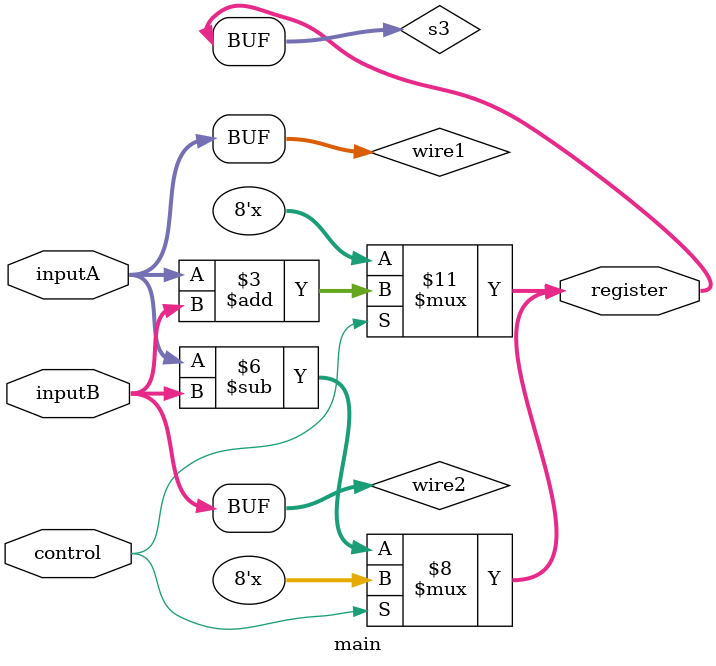
<source format=v>
/* Implementacao de uma ULA que executa as operações de soma (controle = 1) e
subtração (controle = 0), considerando dois operandos com 8 bits cada. 
*/

module main(inputA, inputB, control, register);
    input [7:0] inputA, inputB; // Entradas de 8 bits
    input control; // control 1 para soma ou 0 para subtração
    output [7:0] register; // Saída de 8 bits
    reg [7:0] s3; // Saída intermediária
    wire [7:0] wire1, wire2; // Saídas intermediárias

    assign wire1 = inputA; // inputA recebe fio wire1
    assign wire2 = inputB; // inputB recebe fio wire2
    assign register = s3; // atribui registrador s3 à saída

    always @(control)
    begin
        if(control == 1'b1) // Se o control for 1, soma
            s3 = wire1 + wire2;
    end

    always @(control)
    begin
        if(control == 1'b0) // Se o controle for 0, subtrai
            s3 = wire1 - wire2;
    end

endmodule
</source>
